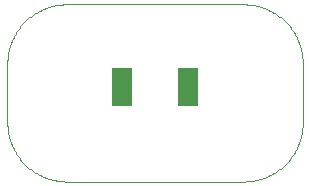
<source format=gtp>
G04 EAGLE Gerber RS-274X export*
G75*
%MOMM*%
%FSLAX35Y35*%
%LPD*%
%INsolder_paste_top*%
%IPPOS*%
%AMOC8*
5,1,8,0,0,1.08239X$1,22.5*%
G01*
%ADD10C,0.000000*%
%ADD11R,1.800000X3.200000*%


D10*
X-750000Y700000D02*
X750000Y700000D01*
X762082Y699854D01*
X774157Y699416D01*
X786217Y698687D01*
X798257Y697666D01*
X810268Y696354D01*
X822245Y694753D01*
X834179Y692863D01*
X846063Y690685D01*
X857892Y688221D01*
X869658Y685471D01*
X881354Y682438D01*
X892973Y679123D01*
X904508Y675528D01*
X915954Y671656D01*
X927302Y667508D01*
X938547Y663087D01*
X949682Y658396D01*
X960701Y653437D01*
X971596Y648213D01*
X982362Y642728D01*
X992992Y636984D01*
X1003480Y630985D01*
X1013820Y624734D01*
X1024006Y618235D01*
X1034032Y611492D01*
X1043893Y604508D01*
X1053581Y597289D01*
X1063093Y589837D01*
X1072421Y582158D01*
X1081561Y574255D01*
X1090508Y566134D01*
X1099256Y557799D01*
X1107799Y549256D01*
X1116134Y540508D01*
X1124255Y531561D01*
X1132158Y522421D01*
X1139837Y513093D01*
X1147289Y503581D01*
X1154508Y493893D01*
X1161492Y484032D01*
X1168235Y474006D01*
X1174734Y463820D01*
X1180985Y453480D01*
X1186984Y442992D01*
X1192728Y432362D01*
X1198213Y421596D01*
X1203437Y410701D01*
X1208396Y399682D01*
X1213087Y388547D01*
X1217508Y377302D01*
X1221656Y365954D01*
X1225528Y354508D01*
X1229123Y342973D01*
X1232438Y331354D01*
X1235471Y319658D01*
X1238221Y307892D01*
X1240685Y296063D01*
X1242863Y284179D01*
X1244753Y272245D01*
X1246354Y260268D01*
X1247666Y248257D01*
X1248687Y236217D01*
X1249416Y224157D01*
X1249854Y212082D01*
X1250000Y200000D01*
X1250000Y-300000D01*
X1249854Y-312082D01*
X1249416Y-324157D01*
X1248687Y-336217D01*
X1247666Y-348257D01*
X1246354Y-360268D01*
X1244753Y-372245D01*
X1242863Y-384179D01*
X1240685Y-396063D01*
X1238221Y-407892D01*
X1235471Y-419658D01*
X1232438Y-431354D01*
X1229123Y-442973D01*
X1225528Y-454508D01*
X1221656Y-465954D01*
X1217508Y-477302D01*
X1213087Y-488547D01*
X1208396Y-499682D01*
X1203437Y-510701D01*
X1198213Y-521596D01*
X1192728Y-532362D01*
X1186984Y-542992D01*
X1180985Y-553480D01*
X1174734Y-563820D01*
X1168235Y-574006D01*
X1161492Y-584032D01*
X1154508Y-593893D01*
X1147289Y-603581D01*
X1139837Y-613093D01*
X1132158Y-622421D01*
X1124255Y-631561D01*
X1116134Y-640508D01*
X1107799Y-649256D01*
X1099256Y-657799D01*
X1090508Y-666134D01*
X1081561Y-674255D01*
X1072421Y-682158D01*
X1063093Y-689837D01*
X1053581Y-697289D01*
X1043893Y-704508D01*
X1034032Y-711492D01*
X1024006Y-718235D01*
X1013820Y-724734D01*
X1003480Y-730985D01*
X992992Y-736984D01*
X982362Y-742728D01*
X971596Y-748213D01*
X960701Y-753437D01*
X949682Y-758396D01*
X938547Y-763087D01*
X927302Y-767508D01*
X915954Y-771656D01*
X904508Y-775528D01*
X892973Y-779123D01*
X881354Y-782438D01*
X869658Y-785471D01*
X857892Y-788221D01*
X846063Y-790685D01*
X834179Y-792863D01*
X822245Y-794753D01*
X810268Y-796354D01*
X798257Y-797666D01*
X786217Y-798687D01*
X774157Y-799416D01*
X762082Y-799854D01*
X750000Y-800000D01*
X-750000Y-800000D01*
X-762082Y-799854D01*
X-774157Y-799416D01*
X-786217Y-798687D01*
X-798257Y-797666D01*
X-810268Y-796354D01*
X-822245Y-794753D01*
X-834179Y-792863D01*
X-846063Y-790685D01*
X-857892Y-788221D01*
X-869658Y-785471D01*
X-881354Y-782438D01*
X-892973Y-779123D01*
X-904508Y-775528D01*
X-915954Y-771656D01*
X-927302Y-767508D01*
X-938547Y-763087D01*
X-949682Y-758396D01*
X-960701Y-753437D01*
X-971596Y-748213D01*
X-982362Y-742728D01*
X-992992Y-736984D01*
X-1003480Y-730985D01*
X-1013820Y-724734D01*
X-1024006Y-718235D01*
X-1034032Y-711492D01*
X-1043893Y-704508D01*
X-1053581Y-697289D01*
X-1063093Y-689837D01*
X-1072421Y-682158D01*
X-1081561Y-674255D01*
X-1090508Y-666134D01*
X-1099256Y-657799D01*
X-1107799Y-649256D01*
X-1116134Y-640508D01*
X-1124255Y-631561D01*
X-1132158Y-622421D01*
X-1139837Y-613093D01*
X-1147289Y-603581D01*
X-1154508Y-593893D01*
X-1161492Y-584032D01*
X-1168235Y-574006D01*
X-1174734Y-563820D01*
X-1180985Y-553480D01*
X-1186984Y-542992D01*
X-1192728Y-532362D01*
X-1198213Y-521596D01*
X-1203437Y-510701D01*
X-1208396Y-499682D01*
X-1213087Y-488547D01*
X-1217508Y-477302D01*
X-1221656Y-465954D01*
X-1225528Y-454508D01*
X-1229123Y-442973D01*
X-1232438Y-431354D01*
X-1235471Y-419658D01*
X-1238221Y-407892D01*
X-1240685Y-396063D01*
X-1242863Y-384179D01*
X-1244753Y-372245D01*
X-1246354Y-360268D01*
X-1247666Y-348257D01*
X-1248687Y-336217D01*
X-1249416Y-324157D01*
X-1249854Y-312082D01*
X-1250000Y-300000D01*
X-1250000Y200000D01*
X-1249854Y212082D01*
X-1249416Y224157D01*
X-1248687Y236217D01*
X-1247666Y248257D01*
X-1246354Y260268D01*
X-1244753Y272245D01*
X-1242863Y284179D01*
X-1240685Y296063D01*
X-1238221Y307892D01*
X-1235471Y319658D01*
X-1232438Y331354D01*
X-1229123Y342973D01*
X-1225528Y354508D01*
X-1221656Y365954D01*
X-1217508Y377302D01*
X-1213087Y388547D01*
X-1208396Y399682D01*
X-1203437Y410701D01*
X-1198213Y421596D01*
X-1192728Y432362D01*
X-1186984Y442992D01*
X-1180985Y453480D01*
X-1174734Y463820D01*
X-1168235Y474006D01*
X-1161492Y484032D01*
X-1154508Y493893D01*
X-1147289Y503581D01*
X-1139837Y513093D01*
X-1132158Y522421D01*
X-1124255Y531561D01*
X-1116134Y540508D01*
X-1107799Y549256D01*
X-1099256Y557799D01*
X-1090508Y566134D01*
X-1081561Y574255D01*
X-1072421Y582158D01*
X-1063093Y589837D01*
X-1053581Y597289D01*
X-1043893Y604508D01*
X-1034032Y611492D01*
X-1024006Y618235D01*
X-1013820Y624734D01*
X-1003480Y630985D01*
X-992992Y636984D01*
X-982362Y642728D01*
X-971596Y648213D01*
X-960701Y653437D01*
X-949682Y658396D01*
X-938547Y663087D01*
X-927302Y667508D01*
X-915954Y671656D01*
X-904508Y675528D01*
X-892973Y679123D01*
X-881354Y682438D01*
X-869658Y685471D01*
X-857892Y688221D01*
X-846063Y690685D01*
X-834179Y692863D01*
X-822245Y694753D01*
X-810268Y696354D01*
X-798257Y697666D01*
X-786217Y698687D01*
X-774157Y699416D01*
X-762082Y699854D01*
X-750000Y700000D01*
D11*
X-280000Y0D03*
X280000Y0D03*
M02*

</source>
